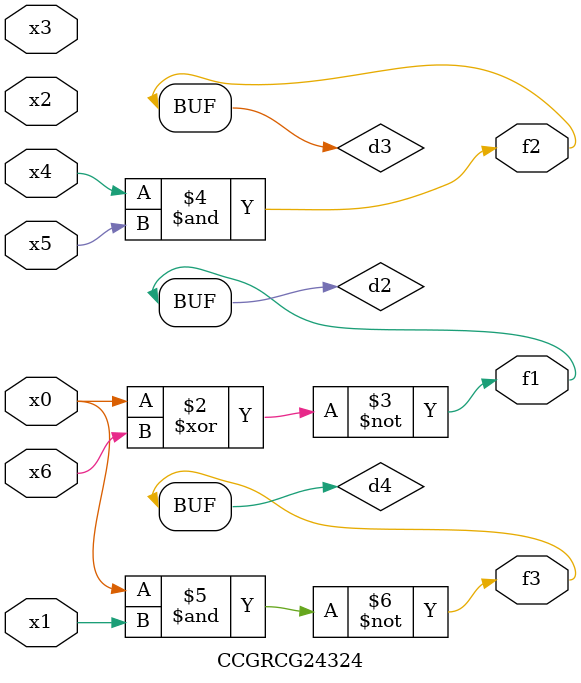
<source format=v>
module CCGRCG24324(
	input x0, x1, x2, x3, x4, x5, x6,
	output f1, f2, f3
);

	wire d1, d2, d3, d4;

	nor (d1, x0);
	xnor (d2, x0, x6);
	and (d3, x4, x5);
	nand (d4, x0, x1);
	assign f1 = d2;
	assign f2 = d3;
	assign f3 = d4;
endmodule

</source>
